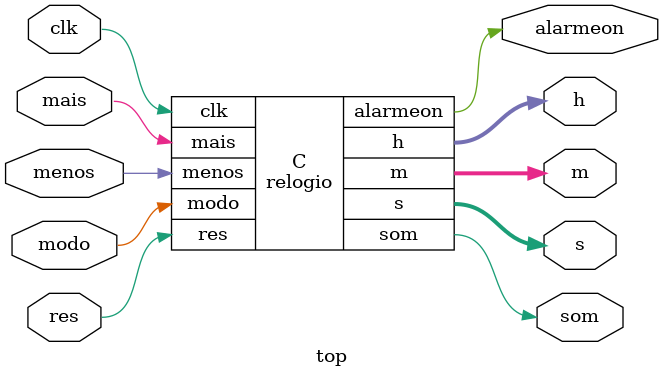
<source format=v>
module count99(input clk, input rst, output [6:0] Count, output loop);  reg [6:0] Count;
always @ (posedge clk or negedge rst)
begin
  if (~rst)
	Count <= 0;   // reset register
  else if ( Count == 99 )
	Count <= 0;
  else
	Count <= Count + 1;  // increment register
end
assign loop = (Count == 99);
endmodule

module count59(input clk, input rst, input ud, output [6:0] Count, output loop);  reg [6:0] Count;
  always @ (posedge clk or negedge rst)
begin
  if (~rst)
	Count <= 0;   // reset register
  else if ( Count == 59 & ud )
	Count <= 0;
 else if ( Count == 00 & ~ud)
	Count <= 59;
 else if (ud)
	Count <= Count + 1;  // increment register
  else Count <= Count - 1;
end
assign loop = (Count == 59)&ud | (Count == 00)&~ud;
endmodule

module countc59(input clk, input rst, input ud, output [6:0] Count);  reg [6:0] Count;
  always @ (posedge clk or negedge rst)
begin
  if (~rst)
	Count <= 0;   // reset register
  else if (ud)
	Count <= 0;
  else
	Count <= Count + 1;  // increment register
end
endmodule

module count23(input clk, input rst, input ud, output [6:0] Count);  reg [6:0] Count;
  always @ (posedge clk or negedge rst)
begin
  if (~rst)
	Count <= 0;   // reset register
  else if ( Count == 23 & ud )
	Count <= 0;
 else if ( Count == 00 & ~ud)
	Count <=23;
 else if (ud)
	Count <= Count + 1;  // increment register
  else Count <= Count - 1;
end
endmodule

module statemModo(input clk, reset, h, output r, ah, am, c, aj_h, aj_m);
reg [3:0] state;
parameter r0=4'd0, r1=4'd1, ah0=4'd2, ah1=4'd3, am0=4'd4, am1=4'd5, c0=4'd6, c1=4'd7, aj_h0=4'd8, aj_h1=4'd9, aj_m0=4'd10, aj_m1=4'd11;

assign r = (state == r0 | state == r1);
assign c = (state == c0 | state == c1);  
assign ah = (state == ah0 | state == ah1);
assign am = (state == am0 | state == am1);
assign aj_h = (state == aj_h0 | state == aj_h1);
assign aj_m = (state == aj_m0 | state == aj_m1);

always @(posedge clk or negedge reset)
 	begin
      	if (reset==0)
           	state = r0;
      	else
           	case (state)
                	r0:
                     	if ( h == 1'b1 ) state = r1;
                	r1:
                     	if ( h == 1'b0 ) state = ah0;
                	ah0:
                     	if ( h == 1'b1 ) state = ah1;
                	ah1:
                     	if ( h == 1'b0 ) state = am0;
                	am0:
                     	if ( h == 1'b1 ) state = am1;
                	am1:
                     	if ( h == 1'b0 ) state = c0;
                	c0:
                     	if ( h == 1'b1 ) state = c1;
                	c1:
                     	if ( h == 1'b0 ) state = aj_h0;
                	aj_h0:
                     	if ( h == 1'b1 ) state = aj_h1;
                	aj_h1:
                     	if ( h == 1'b0 ) state = aj_m0;
                	aj_m0:
                     	if ( h == 1'b1 ) state = aj_m1;
                	aj_m1:
                     	if ( h == 1'b0 ) state = r0;
   	 
           	endcase
 	end
endmodule

module statemMais(input clk, reset, h, r, c, t, output al, at,  c_start);
reg [3:0] state;
parameter al0=4'd0, al1=4'd1, ad0=4'd2, ad1=4'd3, at0=4'd4, at1=4'd5, c_start0=4'd6, c_start1=4'd7, c_stop0=4'd8, c_stop1=4'd9;

  assign al = (state == al0 | state == al1) ^(state == at0 | state == at1);
  assign at = (state == at0 | state == at1);
assign c_start = (state == c_start0 | state == c_start1);
 
  always @(posedge clk or negedge reset)
 	begin
   	if (reset==0)
        	state = ad0;
      	else
           	case (state)
                	ad0:
                  	if ( h == 1'b1 & r == 1'b1 & t == 1'b0 & c == 1'b0) state = ad1;
                 	else if (c == 1'b1) state = c_stop0;
                	ad1:
                     	if ( h == 1'b0 & r == 1'b1 & t == 1'b0 & c == 1'b0) state = al0;
                     	else if (c == 1'b1) state = c_stop0;
                	al0:
                  	if ( h == 1'b1 & r == 1'b1 & t == 1'b0 &c == 1'b0) state = al1;
                     	else if(t == 1'b1) state = at0;
                     	else if (c == 1'b1) state = c_stop0;
                	al1:
                   	if ( h == 1'b0 & r == 1'b1 & t == 1'b0 & c == 1'b0) state = ad0;
                     	else if(t == 1'b1) state = at0;
                     	else if (c == 1'b1) state = c_stop0;
                	at0:
                     	if ( h == 1'b1 & r == 1'b1 & t == 1'b1 & c == 1'b0) state = at1;
             	else if(t==1'b0) state = ad0;
                   	else if (c == 1'b1) state = c_stop0;
                	at1:
                  	if ( h == 1'b0 & r == 1'b1 & t == 1'b1 & c == 1'b0) state = ad0;
             	else if(t==1'b0) state = ad0;
                    	else if(c == 1'b1) state = c_stop0;
                	c_start0:
                     	if ( h == 1'b1 & c == 1'b1 ) state = c_start1;
                     	else if(c == 1'b0) state = ad0;
                	c_start1:
                     	if ( h == 1'b0 & c == 1'b1 ) state = c_stop0;
                     	else if(c == 1'b0) state = ad0;
                	c_stop0:
                     	if ( h == 1'b1 & c == 1'b1 ) state = c_stop1;
                     	else if(c == 1'b0) state = ad0;
                	c_stop1:
                     	if ( h == 1'b0 & c == 1'b1 ) state = c_start0;
             	else if(c == 1'b0) state = ad0;
   	 
           	endcase
 	end
endmodule


module relogio(input clk, res, modo, mais, menos, output [6:0] h,m,s, output alarmeon, som);

wire outs, outs1,outs2, routs, routs1, aouts, aouts1;
wire enable, nc_seg;
wire [6:0] sc, sr, sa, mc, mr, ma;
wire [6:0] hr, ha, cs;
wire r, c, ajusteHa, ajusteMa, ajusteHr, ajusteMr;

wire nc_relogioH, nc_relogioM , nc_alarmeH, nc_alarmeM;

assign nc_relogioM = (ajusteMr & mais)?mais:
(ajusteMr & menos)?menos:(~routs);
assign nc_relogioH = (ajusteHr & mais)?mais:
(ajusteHr & menos)?menos:(~routs1);
assign nc_alarmeM = (ajusteMa & mais)?mais:
(ajusteMa & menos)?menos:(~aouts);
assign nc_alarmeH = (ajusteHa & mais)?mais:
(ajusteHa & menos)?menos:(~aouts1);

wire ud = ~menos | mais;
wire zera = (menos)?0:(res)?1:0;
 
assign enable = start & clk;

count99 cent(enable,zera,cs,outs);
count59 seg(~outs,zera,ud,sc,outs1);
countc59 min(~outs1,zera,ud,mc);
 


count59 rseg(clk,res,ud,sr,routs);
count59 rmin(nc_relogioM,res,ud,mr,routs1);
count23 rhor(nc_relogioH,res,ud,hr);

  count59 aseg(1'b0,1'b0,ud,sa,aouts);
count59 amin(nc_alarmeM,res,ud,ma,aouts1);
count23 ahor(nc_alarmeH,res,ud,ha);

assign h = (c)?mc:
   	(ajusteHa | ajusteMa)?ha:hr;
assign m = (c)?sc:
   	(ajusteHa | ajusteMa)?ma:mr;
assign s = (c)?cs:
   	(ajusteHa | ajusteMa)?sa:sr;

wire at;
  wire igual = (hr==ha & mr==ma);
assign som = igual  & at &alarmeon;

 statemModo maq(clk,res,modo,r,ajusteHa,ajusteMa,c,ajusteHr,ajusteMr);
  statemMais maq2(clk,res,mais, r, c, igual, alarmeon, at, start);

endmodule

module top(input clk,res,modo,mais,menos,output[6:0] h,m,s, output alarmeon, som);

  relogio C(clk,res,modo,mais,menos,h,m,s,alarmeon,som);
 
endmodule


</source>
